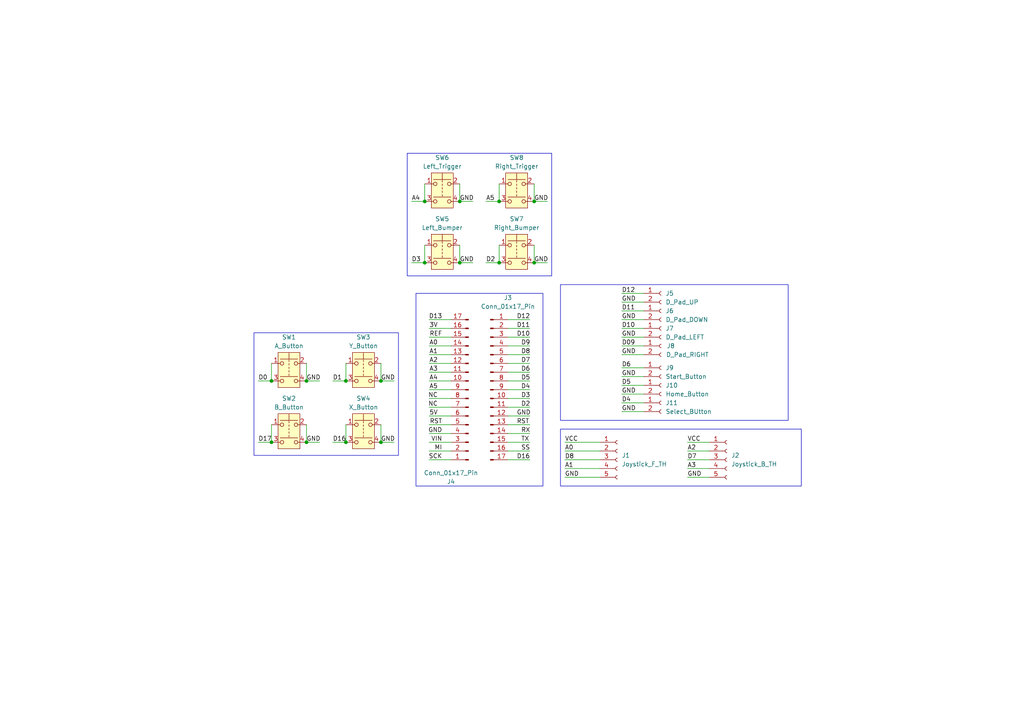
<source format=kicad_sch>
(kicad_sch (version 20231120) (generator "eeschema") (generator_version "8.0")
  (paper "A4")
  (lib_symbols
    (symbol "Connector:Conn_01x02_Socket" (pin_names (offset 1.016) hide)
      (property "Reference" "J" (at 0 2.54 0))
      (property "Value" "Conn_01x02_Socket" (at 0 -5.08 0))
      (symbol "Conn_01x02_Socket_1_1"
        (arc (start 0 -2.032) (mid -0.5058 -2.54) (end 0 -3.048) (stroke (width 0.1524)))
        (polyline (pts (xy -1.27 -2.54) (xy -0.508 -2.54)) (stroke (width 0.1524)))
        (polyline (pts (xy -1.27 0) (xy -0.508 0)) (stroke (width 0.1524)))
        (arc (start 0 0.508) (mid -0.5058 0) (end 0 -0.508) (stroke (width 0.1524)))
        (pin passive line (at -5.08 0 0) (length 3.81) (name "Pin_1") (number "1"))
        (pin passive line (at -5.08 -2.54 0) (length 3.81) (name "Pin_2") (number "2"))
      )
    )
    (symbol "Connector:Conn_01x05_Socket" (pin_names (offset 1.016) hide)
      (property "Reference" "J" (at 0 7.62 0))
      (property "Value" "Conn_01x05_Socket" (at 0 -7.62 0))
      (symbol "Conn_01x05_Socket_1_1"
        (arc (start 0 -4.572) (mid -0.5058 -5.08) (end 0 -5.588) (stroke (width 0.1524)))
        (arc (start 0 -2.032) (mid -0.5058 -2.54) (end 0 -3.048) (stroke (width 0.1524)))
        (polyline (pts (xy -1.27 -5.08) (xy -0.508 -5.08)) (stroke (width 0.1524)))
        (polyline (pts (xy -1.27 -2.54) (xy -0.508 -2.54)) (stroke (width 0.1524)))
        (polyline (pts (xy -1.27 0) (xy -0.508 0)) (stroke (width 0.1524)))
        (polyline (pts (xy -1.27 2.54) (xy -0.508 2.54)) (stroke (width 0.1524)))
        (polyline (pts (xy -1.27 5.08) (xy -0.508 5.08)) (stroke (width 0.1524)))
        (arc (start 0 0.508) (mid -0.5058 0) (end 0 -0.508) (stroke (width 0.1524)))
        (arc (start 0 3.048) (mid -0.5058 2.54) (end 0 2.032) (stroke (width 0.1524)))
        (arc (start 0 5.588) (mid -0.5058 5.08) (end 0 4.572) (stroke (width 0.1524)))
        (pin passive line (at -5.08 5.08 0) (length 3.81) (name "Pin_1") (number "1"))
        (pin passive line (at -5.08 2.54 0) (length 3.81) (name "Pin_2") (number "2"))
        (pin passive line (at -5.08 0 0) (length 3.81) (name "Pin_3") (number "3"))
        (pin passive line (at -5.08 -2.54 0) (length 3.81) (name "Pin_4") (number "4"))
        (pin passive line (at -5.08 -5.08 0) (length 3.81) (name "Pin_5") (number "5"))
      )
    )
    (symbol "Connector:Conn_01x17_Pin" (pin_names (offset 1.016) hide)
      (property "Reference" "J" (at 0 22.86 0))
      (property "Value" "Conn_01x17_Pin" (at 0 -22.86 0))
      (symbol "Conn_01x17_Pin_1_1"
        (polyline (pts (xy 1.27 -20.32) (xy 0.8636 -20.32)) (stroke (width 0.1524)))
        (polyline (pts (xy 1.27 -17.78) (xy 0.8636 -17.78)) (stroke (width 0.1524)))
        (polyline (pts (xy 1.27 -15.24) (xy 0.8636 -15.24)) (stroke (width 0.1524)))
        (polyline (pts (xy 1.27 -12.7) (xy 0.8636 -12.7)) (stroke (width 0.1524)))
        (polyline (pts (xy 1.27 -10.16) (xy 0.8636 -10.16)) (stroke (width 0.1524)))
        (polyline (pts (xy 1.27 -7.62) (xy 0.8636 -7.62)) (stroke (width 0.1524)))
        (polyline (pts (xy 1.27 -5.08) (xy 0.8636 -5.08)) (stroke (width 0.1524)))
        (polyline (pts (xy 1.27 -2.54) (xy 0.8636 -2.54)) (stroke (width 0.1524)))
        (polyline (pts (xy 1.27 0) (xy 0.8636 0)) (stroke (width 0.1524)))
        (polyline (pts (xy 1.27 2.54) (xy 0.8636 2.54)) (stroke (width 0.1524)))
        (polyline (pts (xy 1.27 5.08) (xy 0.8636 5.08)) (stroke (width 0.1524)))
        (polyline (pts (xy 1.27 7.62) (xy 0.8636 7.62)) (stroke (width 0.1524)))
        (polyline (pts (xy 1.27 10.16) (xy 0.8636 10.16)) (stroke (width 0.1524)))
        (polyline (pts (xy 1.27 12.7) (xy 0.8636 12.7)) (stroke (width 0.1524)))
        (polyline (pts (xy 1.27 15.24) (xy 0.8636 15.24)) (stroke (width 0.1524)))
        (polyline (pts (xy 1.27 17.78) (xy 0.8636 17.78)) (stroke (width 0.1524)))
        (polyline (pts (xy 1.27 20.32) (xy 0.8636 20.32)) (stroke (width 0.1524)))
        (rectangle (start 0.8636 -20.193) (end 0 -20.447) (stroke (width 0.1524)) (fill (type outline)))
        (rectangle (start 0.8636 -17.653) (end 0 -17.907) (stroke (width 0.1524)) (fill (type outline)))
        (rectangle (start 0.8636 -15.113) (end 0 -15.367) (stroke (width 0.1524)) (fill (type outline)))
        (rectangle (start 0.8636 -12.573) (end 0 -12.827) (stroke (width 0.1524)) (fill (type outline)))
        (rectangle (start 0.8636 -10.033) (end 0 -10.287) (stroke (width 0.1524)) (fill (type outline)))
        (rectangle (start 0.8636 -7.493) (end 0 -7.747) (stroke (width 0.1524)) (fill (type outline)))
        (rectangle (start 0.8636 -4.953) (end 0 -5.207) (stroke (width 0.1524)) (fill (type outline)))
        (rectangle (start 0.8636 -2.413) (end 0 -2.667) (stroke (width 0.1524)) (fill (type outline)))
        (rectangle (start 0.8636 0.127) (end 0 -0.127) (stroke (width 0.1524)) (fill (type outline)))
        (rectangle (start 0.8636 2.667) (end 0 2.413) (stroke (width 0.1524)) (fill (type outline)))
        (rectangle (start 0.8636 5.207) (end 0 4.953) (stroke (width 0.1524)) (fill (type outline)))
        (rectangle (start 0.8636 7.747) (end 0 7.493) (stroke (width 0.1524)) (fill (type outline)))
        (rectangle (start 0.8636 10.287) (end 0 10.033) (stroke (width 0.1524)) (fill (type outline)))
        (rectangle (start 0.8636 12.827) (end 0 12.573) (stroke (width 0.1524)) (fill (type outline)))
        (rectangle (start 0.8636 15.367) (end 0 15.113) (stroke (width 0.1524)) (fill (type outline)))
        (rectangle (start 0.8636 17.907) (end 0 17.653) (stroke (width 0.1524)) (fill (type outline)))
        (rectangle (start 0.8636 20.447) (end 0 20.193) (stroke (width 0.1524)) (fill (type outline)))
        (pin passive line (at 5.08 20.32 180) (length 3.81) (name "Pin_1") (number "1"))
        (pin passive line (at 5.08 -2.54 180) (length 3.81) (name "Pin_10") (number "10"))
        (pin passive line (at 5.08 -5.08 180) (length 3.81) (name "Pin_11") (number "11"))
        (pin passive line (at 5.08 -7.62 180) (length 3.81) (name "Pin_12") (number "12"))
        (pin passive line (at 5.08 -10.16 180) (length 3.81) (name "Pin_13") (number "13"))
        (pin passive line (at 5.08 -12.7 180) (length 3.81) (name "Pin_14") (number "14"))
        (pin passive line (at 5.08 -15.24 180) (length 3.81) (name "Pin_15") (number "15"))
        (pin passive line (at 5.08 -17.78 180) (length 3.81) (name "Pin_16") (number "16"))
        (pin passive line (at 5.08 -20.32 180) (length 3.81) (name "Pin_17") (number "17"))
        (pin passive line (at 5.08 17.78 180) (length 3.81) (name "Pin_2") (number "2"))
        (pin passive line (at 5.08 15.24 180) (length 3.81) (name "Pin_3") (number "3"))
        (pin passive line (at 5.08 12.7 180) (length 3.81) (name "Pin_4") (number "4"))
        (pin passive line (at 5.08 10.16 180) (length 3.81) (name "Pin_5") (number "5"))
        (pin passive line (at 5.08 7.62 180) (length 3.81) (name "Pin_6") (number "6"))
        (pin passive line (at 5.08 5.08 180) (length 3.81) (name "Pin_7") (number "7"))
        (pin passive line (at 5.08 2.54 180) (length 3.81) (name "Pin_8") (number "8"))
        (pin passive line (at 5.08 0 180) (length 3.81) (name "Pin_9") (number "9"))
      )
    )
    (symbol "Switch:SW_Push_Dual" (pin_names (offset 1.016) hide)
      (property "Reference" "SW" (at 0 7.62 0))
      (property "Value" "SW_Push_Dual" (at 0 -6.35 0))
      (symbol "SW_Push_Dual_0_1"
        (circle (center -2.032 -2.54) (radius 0.508))
        (circle (center -2.032 2.54) (radius 0.508))
        (polyline (pts (xy 0 -0.508) (xy 0 -1.016)))
        (polyline (pts (xy 0 0.508) (xy 0 0)))
        (polyline (pts (xy 0 1.016) (xy 0 1.524)))
        (polyline (pts (xy 0 2.032) (xy 0 2.54)))
        (polyline (pts (xy 0 3.048) (xy 0 3.556)))
        (polyline (pts (xy 0 3.81) (xy 0 5.588)))
        (polyline (pts (xy 2.54 -1.27) (xy -2.54 -1.27)))
        (polyline (pts (xy 2.54 3.81) (xy -2.54 3.81)))
        (circle (center 2.032 -2.54) (radius 0.508))
        (circle (center 2.032 2.54) (radius 0.508))
        (pin passive line (at -5.08 2.54 0) (length 2.54) (name "1") (number "1"))
        (pin passive line (at 5.08 2.54 180) (length 2.54) (name "2") (number "2"))
        (pin passive line (at -5.08 -2.54 0) (length 2.54) (name "3") (number "3"))
        (pin passive line (at 5.08 -2.54 180) (length 2.54) (name "4") (number "4"))
      )
      (symbol "SW_Push_Dual_1_1"
        (rectangle (start -3.175 5.715) (end 3.175 -4.445) (fill (type background)))
      )
    )
  )
  (junction (at 78.74 110.49))
  (junction (at 110.49 128.27))
  (junction (at 154.94 76.2))
  (junction (at 110.49 110.49))
  (junction (at 154.94 58.42))
  (junction (at 88.9 128.27))
  (junction (at 144.78 76.2))
  (junction (at 88.9 110.49))
  (junction (at 123.19 76.2))
  (junction (at 144.78 58.42))
  (junction (at 123.19 58.42))
  (junction (at 133.35 76.2))
  (junction (at 100.33 110.49))
  (junction (at 133.35 58.42))
  (junction (at 78.74 128.27))
  (junction (at 100.33 128.27))
  (wire (pts (xy 96.52 128.27) (xy 100.33 128.27)))
  (wire (pts (xy 147.32 123.19) (xy 153.67 123.19)))
  (wire (pts (xy 147.32 105.41) (xy 153.67 105.41)))
  (wire (pts (xy 147.32 133.35) (xy 153.67 133.35)))
  (wire (pts (xy 88.9 123.19) (xy 88.9 128.27)))
  (wire (pts (xy 173.99 130.81) (xy 163.83 130.81)))
  (wire (pts (xy 110.49 128.27) (xy 114.3 128.27)))
  (wire (pts (xy 124.46 95.25) (xy 130.81 95.25)))
  (wire (pts (xy 140.97 76.2) (xy 144.78 76.2)))
  (wire (pts (xy 147.32 118.11) (xy 153.67 118.11)))
  (wire (pts (xy 123.19 71.12) (xy 123.19 76.2)))
  (wire (pts (xy 124.46 102.87) (xy 130.81 102.87)))
  (wire (pts (xy 147.32 97.79) (xy 153.67 97.79)))
  (wire (pts (xy 199.39 133.35) (xy 205.74 133.35)))
  (wire (pts (xy 199.39 128.27) (xy 205.74 128.27)))
  (wire (pts (xy 124.46 123.19) (xy 130.81 123.19)))
  (wire (pts (xy 147.32 115.57) (xy 153.67 115.57)))
  (wire (pts (xy 199.39 135.89) (xy 205.74 135.89)))
  (wire (pts (xy 180.34 102.87) (xy 186.69 102.87)))
  (wire (pts (xy 74.93 110.49) (xy 78.74 110.49)))
  (wire (pts (xy 133.35 58.42) (xy 137.16 58.42)))
  (wire (pts (xy 124.46 128.27) (xy 130.81 128.27)))
  (wire (pts (xy 88.9 105.41) (xy 88.9 110.49)))
  (wire (pts (xy 180.34 100.33) (xy 186.69 100.33)))
  (wire (pts (xy 133.35 71.12) (xy 133.35 76.2)))
  (wire (pts (xy 130.81 120.65) (xy 124.46 120.65)))
  (wire (pts (xy 78.74 105.41) (xy 78.74 110.49)))
  (wire (pts (xy 130.81 110.49) (xy 124.46 110.49)))
  (wire (pts (xy 180.34 95.25) (xy 186.69 95.25)))
  (wire (pts (xy 180.34 116.84) (xy 186.69 116.84)))
  (wire (pts (xy 180.34 119.38) (xy 186.69 119.38)))
  (wire (pts (xy 130.81 115.57) (xy 124.46 115.57)))
  (wire (pts (xy 130.81 133.35) (xy 124.46 133.35)))
  (wire (pts (xy 180.34 92.71) (xy 186.69 92.71)))
  (wire (pts (xy 130.81 113.03) (xy 124.46 113.03)))
  (wire (pts (xy 180.34 106.68) (xy 186.69 106.68)))
  (wire (pts (xy 119.38 76.2) (xy 123.19 76.2)))
  (wire (pts (xy 199.39 130.81) (xy 205.74 130.81)))
  (wire (pts (xy 130.81 130.81) (xy 124.46 130.81)))
  (wire (pts (xy 154.94 53.34) (xy 154.94 58.42)))
  (wire (pts (xy 133.35 53.34) (xy 133.35 58.42)))
  (wire (pts (xy 144.78 71.12) (xy 144.78 76.2)))
  (wire (pts (xy 154.94 76.2) (xy 158.75 76.2)))
  (wire (pts (xy 147.32 107.95) (xy 153.67 107.95)))
  (wire (pts (xy 124.46 125.73) (xy 130.81 125.73)))
  (wire (pts (xy 88.9 110.49) (xy 92.71 110.49)))
  (wire (pts (xy 180.34 85.09) (xy 186.69 85.09)))
  (wire (pts (xy 110.49 123.19) (xy 110.49 128.27)))
  (wire (pts (xy 78.74 123.19) (xy 78.74 128.27)))
  (wire (pts (xy 130.81 118.11) (xy 124.46 118.11)))
  (wire (pts (xy 130.81 100.33) (xy 124.46 100.33)))
  (wire (pts (xy 147.32 100.33) (xy 153.67 100.33)))
  (wire (pts (xy 119.38 58.42) (xy 123.19 58.42)))
  (wire (pts (xy 147.32 92.71) (xy 153.67 92.71)))
  (wire (pts (xy 96.52 110.49) (xy 100.33 110.49)))
  (wire (pts (xy 123.19 53.34) (xy 123.19 58.42)))
  (wire (pts (xy 124.46 97.79) (xy 130.81 97.79)))
  (wire (pts (xy 154.94 71.12) (xy 154.94 76.2)))
  (wire (pts (xy 173.99 133.35) (xy 163.83 133.35)))
  (wire (pts (xy 88.9 128.27) (xy 92.71 128.27)))
  (wire (pts (xy 140.97 58.42) (xy 144.78 58.42)))
  (wire (pts (xy 74.93 128.27) (xy 78.74 128.27)))
  (wire (pts (xy 180.34 97.79) (xy 186.69 97.79)))
  (wire (pts (xy 100.33 105.41) (xy 100.33 110.49)))
  (wire (pts (xy 173.99 138.43) (xy 163.83 138.43)))
  (wire (pts (xy 133.35 76.2) (xy 137.16 76.2)))
  (wire (pts (xy 124.46 105.41) (xy 130.81 105.41)))
  (wire (pts (xy 147.32 110.49) (xy 153.67 110.49)))
  (wire (pts (xy 147.32 130.81) (xy 153.67 130.81)))
  (wire (pts (xy 110.49 110.49) (xy 114.3 110.49)))
  (wire (pts (xy 110.49 105.41) (xy 110.49 110.49)))
  (wire (pts (xy 144.78 53.34) (xy 144.78 58.42)))
  (wire (pts (xy 180.34 109.22) (xy 186.69 109.22)))
  (wire (pts (xy 147.32 113.03) (xy 153.67 113.03)))
  (wire (pts (xy 154.94 58.42) (xy 158.75 58.42)))
  (wire (pts (xy 173.99 128.27) (xy 163.83 128.27)))
  (wire (pts (xy 180.34 90.17) (xy 186.69 90.17)))
  (wire (pts (xy 100.33 123.19) (xy 100.33 128.27)))
  (wire (pts (xy 199.39 138.43) (xy 205.74 138.43)))
  (wire (pts (xy 147.32 120.65) (xy 153.67 120.65)))
  (wire (pts (xy 130.81 92.71) (xy 124.46 92.71)))
  (wire (pts (xy 180.34 87.63) (xy 186.69 87.63)))
  (wire (pts (xy 147.32 125.73) (xy 153.67 125.73)))
  (wire (pts (xy 147.32 95.25) (xy 153.67 95.25)))
  (wire (pts (xy 180.34 111.76) (xy 186.69 111.76)))
  (wire (pts (xy 173.99 135.89) (xy 163.83 135.89)))
  (wire (pts (xy 147.32 128.27) (xy 153.67 128.27)))
  (wire (pts (xy 180.34 114.3) (xy 186.69 114.3)))
  (wire (pts (xy 130.81 107.95) (xy 124.46 107.95)))
  (wire (pts (xy 147.32 102.87) (xy 153.67 102.87)))
  (rectangle (start 120.65 85.09) (end 157.48 140.97))
  (rectangle (start 118.11 44.45) (end 160.02 80.01))
  (rectangle (start 73.66 96.52) (end 115.57 132.08))
  (rectangle (start 162.56 124.46) (end 232.41 140.97))
  (rectangle (start 162.56 82.55) (end 228.6 121.92))
  (label "GND" (at 180.34 87.63 0))
  (label "D16" (at 96.52 128.27 0))
  (label "5V" (at 127 120.65 180))
  (label "D5" (at 180.34 111.76 0))
  (label "D2" (at 140.97 76.2 0))
  (label "GND" (at 180.34 102.87 0))
  (label "D0" (at 74.93 110.49 0))
  (label "D17" (at 74.93 128.27 0))
  (label "TX" (at 151.13 128.27 0))
  (label "D10" (at 149.86 97.79 0))
  (label "D7" (at 199.39 133.35 0))
  (label "VCC" (at 199.39 128.27 0))
  (label "GND" (at 180.34 114.3 0))
  (label "VCC" (at 163.83 128.27 0))
  (label "GND" (at 180.34 119.38 0))
  (label "GND" (at 163.83 138.43 0))
  (label "RST" (at 149.86 123.19 0))
  (label "D6" (at 151.13 107.95 0))
  (label "A3" (at 199.39 135.89 0))
  (label "RX" (at 151.13 125.73 0))
  (label "A2" (at 199.39 130.81 0))
  (label "NC" (at 127 118.11 180))
  (label "GND" (at 133.35 76.2 0))
  (label "D09" (at 180.34 100.33 0))
  (label "GND" (at 110.49 110.49 0))
  (label "3V" (at 127 95.25 180))
  (label "A5" (at 140.97 58.42 0))
  (label "MI" (at 128.27 130.81 180))
  (label "GND" (at 110.49 128.27 0))
  (label "GND" (at 149.86 120.65 0))
  (label "A0" (at 127 100.33 180))
  (label "A1" (at 127 102.87 180))
  (label "D6" (at 180.34 106.68 0))
  (label "GND" (at 180.34 92.71 0))
  (label "A5" (at 127 113.03 180))
  (label "D2" (at 151.13 118.11 0))
  (label "D11" (at 180.34 90.17 0))
  (label "D3" (at 151.13 115.57 0))
  (label "GND" (at 88.9 128.27 0))
  (label "VIN" (at 128.27 128.27 180))
  (label "D7" (at 151.13 105.41 0))
  (label "D4" (at 180.34 116.84 0))
  (label "A4" (at 119.38 58.42 0))
  (label "D13" (at 128.27 92.71 180))
  (label "REF" (at 128.27 97.79 180))
  (label "D10" (at 180.34 95.25 0))
  (label "GND" (at 128.27 125.73 180))
  (label "A4" (at 127 110.49 180))
  (label "GND" (at 88.9 110.49 0))
  (label "D5" (at 151.13 110.49 0))
  (label "GND" (at 133.35 58.42 0))
  (label "A3" (at 127 107.95 180))
  (label "D1" (at 96.52 110.49 0))
  (label "RST" (at 128.27 123.19 180))
  (label "GND" (at 154.94 58.42 0))
  (label "D8" (at 151.13 102.87 0))
  (label "D9" (at 151.13 100.33 0))
  (label "D16" (at 149.86 133.35 0))
  (label "D3" (at 119.38 76.2 0))
  (label "D12" (at 149.86 92.71 0))
  (label "D8" (at 163.83 133.35 0))
  (label "A1" (at 163.83 135.89 0))
  (label "SCK" (at 128.27 133.35 180))
  (label "A2" (at 127 105.41 180))
  (label "GND" (at 199.39 138.43 0))
  (label "SS" (at 151.13 130.81 0))
  (label "GND" (at 180.34 109.22 0))
  (label "D4" (at 151.13 113.03 0))
  (label "GND" (at 154.94 76.2 0))
  (label "D11" (at 149.86 95.25 0))
  (label "NC" (at 127 115.57 180))
  (label "A0" (at 163.83 130.81 0))
  (label "D12" (at 180.34 85.09 0))
  (label "GND" (at 180.34 97.79 0))
  (symbol (lib_id "Connector:Conn_01x02_Socket") (at 191.77 116.84 0) (unit 1)
    (property "Reference" "J11" (at 193.04 116.8399 0) (effects (justify left)))
    (property "Value" "Select_BUtton" (at 193.04 119.3799 0) (effects (justify left)))
    (property "Footprint" "Connector_Wire:SolderWire-0.1sqmm_1x02_P3.6mm_D0.4mm_OD1mm" (effects (hide yes)))
    (property "Description" "Generic connector, single row, 01x02, script generated" (effects (hide yes)))
  )
  (symbol (lib_id "Connector:Conn_01x17_Pin") (at 142.24 113.03 0) (unit 1)
    (property "Reference" "J3" (at 147.32 86.36 0))
    (property "Value" "Conn_01x17_Pin" (at 147.32 88.9 0))
    (property "Footprint" "Connector_PinSocket_2.54mm:PinSocket_1x17_P2.54mm_Vertical" (effects (hide yes)))
  )
  (symbol (lib_id "Connector:Conn_01x02_Socket") (at 191.77 111.76 0) (unit 1)
    (property "Reference" "J10" (at 193.04 111.7599 0) (effects (justify left)))
    (property "Value" "Home_Button" (at 193.04 114.2999 0) (effects (justify left)))
    (property "Footprint" "Connector_Wire:SolderWire-0.1sqmm_1x02_P3.6mm_D0.4mm_OD1mm" (effects (hide yes)))
    (property "Description" "Generic connector, single row, 01x02, script generated" (effects (hide yes)))
  )
  (symbol (lib_id "Connector:Conn_01x05_Socket") (at 210.82 133.35 0) (unit 1)
    (property "Reference" "J2" (at 212.09 132.0799 0) (effects (justify left)))
    (property "Value" "Joystick_B_TH" (at 212.09 134.6199 0) (effects (justify left)))
    (property "Footprint" "Connector_Wire:SolderWire-0.1sqmm_1x05_P3.6mm_D0.4mm_OD1mm" (effects (hide yes)))
  )
  (symbol (lib_id "Connector:Conn_01x05_Socket") (at 179.07 133.35 0) (unit 1)
    (property "Reference" "J1" (at 180.34 132.0799 0) (effects (justify left)))
    (property "Value" "Joystick_F_TH" (at 180.34 134.6199 0) (effects (justify left)))
    (property "Footprint" "Connector_Wire:SolderWire-0.1sqmm_1x05_P3.6mm_D0.4mm_OD1mm" (effects (hide yes)))
  )
  (symbol (lib_id "Connector:Conn_01x02_Socket") (at 191.77 85.09 0) (unit 1)
    (property "Reference" "J5" (at 193.04 85.0899 0) (effects (justify left)))
    (property "Value" "D_Pad_UP" (at 193.04 87.6299 0) (effects (justify left)))
    (property "Footprint" "Connector_Wire:SolderWire-0.1sqmm_1x02_P3.6mm_D0.4mm_OD1mm" (effects (hide yes)))
    (property "Description" "Generic connector, single row, 01x02, script generated" (effects (hide yes)))
  )
  (symbol (lib_id "Connector:Conn_01x02_Socket") (at 191.77 106.68 0) (unit 1)
    (property "Reference" "J9" (at 193.04 106.6799 0) (effects (justify left)))
    (property "Value" "Start_Button" (at 193.04 109.2199 0) (effects (justify left)))
    (property "Footprint" "Connector_Wire:SolderWire-0.1sqmm_1x02_P3.6mm_D0.4mm_OD1mm" (effects (hide yes)))
    (property "Description" "Generic connector, single row, 01x02, script generated" (effects (hide yes)))
  )
  (symbol (lib_id "Switch:SW_Push_Dual") (at 128.27 73.66 0) (unit 1)
    (property "Reference" "SW5" (at 128.27 63.5 0))
    (property "Value" "Left_Bumper" (at 128.27 66.04 0))
    (property "Footprint" "Downloads:D6R90_CNK" (effects (hide yes)))
  )
  (symbol (lib_id "Connector:Conn_01x17_Pin") (at 135.89 113.03 180) (unit 1)
    (property "Reference" "J4" (at 130.81 139.7 0))
    (property "Value" "Conn_01x17_Pin" (at 130.81 137.16 0))
    (property "Footprint" "Connector_PinSocket_2.54mm:PinSocket_1x17_P2.54mm_Vertical" (effects (hide yes)))
  )
  (symbol (lib_id "Switch:SW_Push_Dual") (at 128.27 55.88 0) (unit 1)
    (property "Reference" "SW6" (at 128.27 45.72 0))
    (property "Value" "Left_Trigger" (at 128.27 48.26 0))
    (property "Footprint" "Downloads:D6R90_CNK" (effects (hide yes)))
  )
  (symbol (lib_id "Switch:SW_Push_Dual") (at 83.82 107.95 0) (unit 1)
    (property "Reference" "SW1" (at 83.82 97.79 0))
    (property "Value" "A_Button" (at 83.82 100.33 0))
    (property "Footprint" "Downloads:D6R90_CNK" (effects (hide yes)))
  )
  (symbol (lib_id "Switch:SW_Push_Dual") (at 149.86 55.88 0) (unit 1)
    (property "Reference" "SW8" (at 149.86 45.72 0))
    (property "Value" "Right_Trigger" (at 149.86 48.26 0))
    (property "Footprint" "Downloads:D6R90_CNK" (effects (hide yes)))
  )
  (symbol (lib_id "Connector:Conn_01x02_Socket") (at 191.77 90.17 0) (unit 1)
    (property "Reference" "J6" (at 193.04 90.1699 0) (effects (justify left)))
    (property "Value" "D_Pad_DOWN" (at 193.04 92.7099 0) (effects (justify left)))
    (property "Footprint" "Connector_Wire:SolderWire-0.1sqmm_1x02_P3.6mm_D0.4mm_OD1mm" (effects (hide yes)))
    (property "Description" "Generic connector, single row, 01x02, script generated" (effects (hide yes)))
  )
  (symbol (lib_id "Switch:SW_Push_Dual") (at 149.86 73.66 0) (unit 1)
    (property "Reference" "SW7" (at 149.86 63.5 0))
    (property "Value" "Right_Bumper" (at 149.86 66.04 0))
    (property "Footprint" "Downloads:D6R90_CNK" (effects (hide yes)))
  )
  (symbol (lib_id "Switch:SW_Push_Dual") (at 83.82 125.73 0) (unit 1)
    (property "Reference" "SW2" (at 83.82 115.57 0))
    (property "Value" "B_Button" (at 83.82 118.11 0))
    (property "Footprint" "Downloads:D6R90_CNK" (effects (hide yes)))
  )
  (symbol (lib_id "Switch:SW_Push_Dual") (at 105.41 125.73 0) (unit 1)
    (property "Reference" "SW4" (at 105.41 115.57 0))
    (property "Value" "X_Button" (at 105.41 118.11 0))
    (property "Footprint" "Downloads:D6R90_CNK" (effects (hide yes)))
  )
  (symbol (lib_id "Connector:Conn_01x02_Socket") (at 191.77 100.33 0) (unit 1)
    (property "Reference" "J8" (at 194.564 100.33 0))
    (property "Value" "D_Pad_RIGHT" (at 199.39 102.87 0))
    (property "Footprint" "Connector_Wire:SolderWire-0.1sqmm_1x02_P3.6mm_D0.4mm_OD1mm" (effects (hide yes)))
    (property "Description" "Generic connector, single row, 01x02, script generated" (effects (hide yes)))
  )
  (symbol (lib_id "Switch:SW_Push_Dual") (at 105.41 107.95 0) (unit 1)
    (property "Reference" "SW3" (at 105.41 97.79 0))
    (property "Value" "Y_Button" (at 105.41 100.33 0))
    (property "Footprint" "Downloads:D6R90_CNK" (effects (hide yes)))
  )
  (symbol (lib_id "Connector:Conn_01x02_Socket") (at 191.77 95.25 0) (unit 1)
    (property "Reference" "J7" (at 193.04 95.2499 0) (effects (justify left)))
    (property "Value" "D_Pad_LEFT" (at 193.04 97.7899 0) (effects (justify left)))
    (property "Footprint" "Connector_Wire:SolderWire-0.1sqmm_1x02_P3.6mm_D0.4mm_OD1mm" (effects (hide yes)))
    (property "Description" "Generic connector, single row, 01x02, script generated" (effects (hide yes)))
  )
)
</source>
